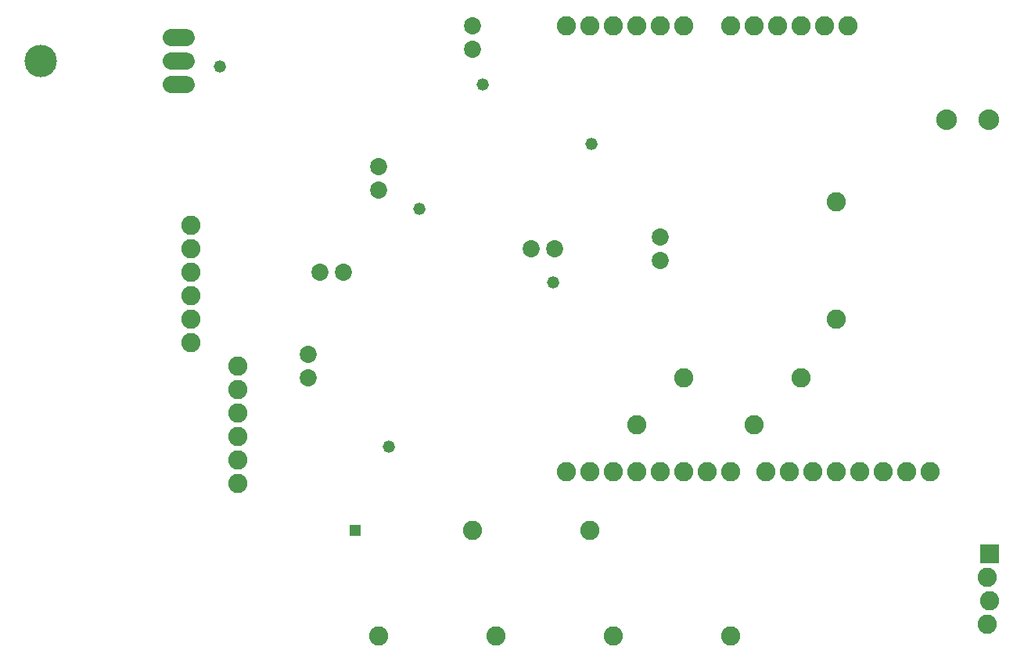
<source format=gbs>
G75*
%MOIN*%
%OFA0B0*%
%FSLAX25Y25*%
%IPPOS*%
%LPD*%
%AMOC8*
5,1,8,0,0,1.08239X$1,22.5*
%
%ADD10C,0.07300*%
%ADD11C,0.08800*%
%ADD12C,0.08200*%
%ADD13R,0.08200X0.08200*%
%ADD14C,0.07200*%
%ADD15C,0.13800*%
%ADD16C,0.05200*%
%ADD17R,0.05162X0.05162*%
D10*
X0418333Y0170000D03*
X0418333Y0180000D03*
X0423333Y0215000D03*
X0433333Y0215000D03*
X0448333Y0250000D03*
X0448333Y0260000D03*
X0513333Y0225000D03*
X0523333Y0225000D03*
X0568333Y0220000D03*
X0568333Y0230000D03*
X0488333Y0310000D03*
X0488333Y0320000D03*
D11*
X0690333Y0280000D03*
X0708333Y0280000D03*
D12*
X0388333Y0125000D03*
X0388333Y0135000D03*
X0388333Y0145000D03*
X0388333Y0155000D03*
X0388333Y0165000D03*
X0388333Y0175000D03*
X0368333Y0185000D03*
X0368333Y0195000D03*
X0368333Y0205000D03*
X0368333Y0215000D03*
X0368333Y0225000D03*
X0368333Y0235000D03*
X0528333Y0320000D03*
X0538333Y0320000D03*
X0548333Y0320000D03*
X0558333Y0320000D03*
X0568333Y0320000D03*
X0578333Y0320000D03*
X0598333Y0320000D03*
X0608333Y0320000D03*
X0618333Y0320000D03*
X0628333Y0320000D03*
X0638333Y0320000D03*
X0648333Y0320000D03*
X0643333Y0245000D03*
X0643333Y0195000D03*
X0628333Y0170000D03*
X0608333Y0150000D03*
X0613333Y0130000D03*
X0623333Y0130000D03*
X0633333Y0130000D03*
X0643333Y0130000D03*
X0653333Y0130000D03*
X0663333Y0130000D03*
X0673333Y0130000D03*
X0683333Y0130000D03*
X0598333Y0130000D03*
X0588333Y0130000D03*
X0578333Y0130000D03*
X0568333Y0130000D03*
X0558333Y0130000D03*
X0548333Y0130000D03*
X0538333Y0130000D03*
X0528333Y0130000D03*
X0558333Y0150000D03*
X0578333Y0170000D03*
X0538333Y0105000D03*
X0488333Y0105000D03*
X0498333Y0060000D03*
X0448333Y0060000D03*
X0548333Y0060000D03*
X0598333Y0060000D03*
X0707833Y0065000D03*
X0708833Y0075000D03*
X0707833Y0085000D03*
D13*
X0708833Y0095000D03*
D14*
X0366533Y0295000D02*
X0360133Y0295000D01*
X0360133Y0305000D02*
X0366533Y0305000D01*
X0366533Y0315000D02*
X0360133Y0315000D01*
D15*
X0304333Y0305000D03*
D16*
X0380833Y0302500D03*
X0492708Y0295000D03*
X0538958Y0269375D03*
X0465833Y0241875D03*
X0522708Y0210625D03*
X0452708Y0140625D03*
D17*
X0438333Y0105000D03*
M02*

</source>
